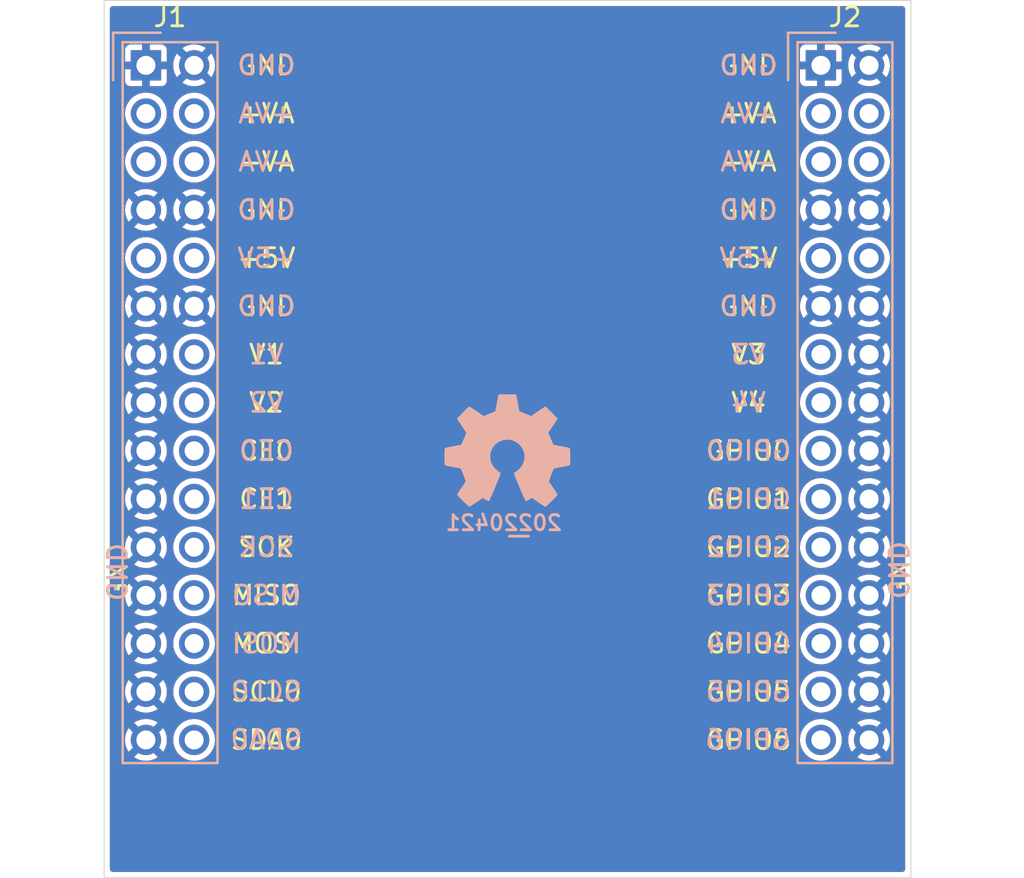
<source format=kicad_pcb>
(kicad_pcb (version 20240108) (generator "pcbnew") (generator_version "8.0")
  (layers (0 "F.Cu" signal) (31 "B.Cu" signal) (34 "B.Paste" user) (35 "F.Paste" user) (36 "B.SilkS" user "B.Silkscreen") (37 "F.SilkS" user "F.Silkscreen") (38 "B.Mask" user) (39 "F.Mask" user) (44 "Edge.Cuts" user))
  (net 0 "")
  (net 1 "GND")
  (footprint "SquantorConnectorsNamed:module_2x15_right" (layer "F.Cu") (at 181.61 90.17)
    (property "Reference" "J2" (at 0 -20.32 0) (layer "F.SilkS"))
    (property "Value" "module_2x15_right_input")
    (fp_line (start -3 -19.5) (end -3 -17) (stroke (width 0.12)) (layer "B.SilkS"))
    (fp_line (start -0.5 -19.5) (end -3 -19.5) (stroke (width 0.12)) (layer "B.SilkS"))
    (fp_rect (start -2.5 -19) (end 2.5 19) (stroke (width 0.12)) (fill none) (layer "B.SilkS"))
    (fp_line (start -3 -19.5) (end -0.5 -19.5) (stroke (width 0.12)) (layer "F.SilkS"))
    (fp_line (start -3 -17) (end -3 -19.5) (stroke (width 0.12)) (layer "F.SilkS"))
    (fp_line (start -2.5 -19) (end 2.5 -19) (stroke (width 0.12)) (layer "F.SilkS"))
    (fp_line (start -2.5 19) (end -2.5 -19) (stroke (width 0.12)) (layer "F.SilkS"))
    (fp_line (start 2.5 -19) (end 2.5 19) (stroke (width 0.12)) (layer "F.SilkS"))
    (fp_line (start 2.5 19) (end -2.5 19) (stroke (width 0.12)) (layer "F.SilkS"))
    (fp_text user "GND" (at -5.08 -10.16 0) (layer "B.SilkS") (effects (justify mirror)))
    (fp_text user "GND" (at 2.79 8.83 -90) (layer "B.SilkS") (effects (justify mirror)))
    (fp_text user "+VA" (at -5.08 -15.24 0) (layer "B.SilkS") (effects (justify mirror)))
    (fp_text user "V4" (at -5.08 0 0) (layer "B.SilkS") (effects (justify mirror)))
    (fp_text user "GND" (at -5.08 -5.08 0) (layer "B.SilkS") (effects (justify mirror)))
    (fp_text user "V3" (at -5.08 -2.54 0) (layer "B.SilkS") (effects (justify mirror)))
    (fp_text user "GPIO3" (at -5.08 10.16 0) (layer "B.SilkS") (effects (justify mirror)))
    (fp_text user "GPIO2" (at -5.08 7.62 0) (layer "B.SilkS") (effects (justify mirror)))
    (fp_text user "GPIO0" (at -5.08 2.54 0) (layer "B.SilkS") (effects (justify mirror)))
    (fp_text user "GPIO4" (at -5.08 12.7 0) (layer "B.SilkS") (effects (justify mirror)))
    (fp_text user "-VA" (at -5.08 -12.7 0) (layer "B.SilkS") (effects (justify mirror)))
    (fp_text user "GPIO5" (at -5.08 15.24 0) (layer "B.SilkS") (effects (justify mirror)))
    (fp_text user "GPIO1" (at -5.08 5.08 0) (layer "B.SilkS") (effects (justify mirror)))
    (fp_text user "GND" (at -5.08 -17.78 0) (layer "B.SilkS") (effects (justify mirror)))
    (fp_text user "GPIO6" (at -5.112672 17.756379 0) (layer "B.SilkS") (effects (justify mirror)))
    (fp_text user "+5V" (at -5.08 -7.62 0) (layer "B.SilkS") (effects (justify mirror)))
    (fp_text user "V4" (at -5.08 0 0) (layer "F.SilkS"))
    (fp_text user "GPIO6" (at -5.08 17.78 0) (layer "F.SilkS"))
    (fp_text user "V3" (at -5.08 -2.54 0) (layer "F.SilkS"))
    (fp_text user "GPIO0" (at -5.08 2.54 0) (layer "F.SilkS"))
    (fp_text user "GPIO2" (at -5.08 7.62 0) (layer "F.SilkS"))
    (fp_text user "GND" (at -5.08 -17.78 0) (layer "F.SilkS"))
    (fp_text user "GND" (at -5.08 -5.08 0) (layer "F.SilkS"))
    (fp_text user "+VA" (at -5.08 -15.24 0) (layer "F.SilkS"))
    (fp_text user "GPIO1" (at -5.08 5.08 0) (layer "F.SilkS"))
    (fp_text user "GND" (at -5.08 -10.16 0) (layer "F.SilkS"))
    (fp_text user "GPIO4" (at -5.08 12.7 0) (layer "F.SilkS"))
    (fp_text user "+5V" (at -5.08 -7.62 0) (layer "F.SilkS"))
    (fp_text user "GND" (at 2.89 8.83 90) (layer "F.SilkS"))
    (fp_text user "GPIO5" (at -5.08 15.24 0) (layer "F.SilkS"))
    (fp_text user "-VA" (at -5.08 -12.7 0) (layer "F.SilkS"))
    (fp_text user "GPIO3" (at -5.08 10.16 0) (layer "F.SilkS"))
    (pad "1" thru_hole rect (at -1.27 -17.78) (size 1.6 1.6) (drill 1) (layers "*.Cu" "*.Mask") (net 1 "GND"))
    (pad "2" thru_hole circle (at 1.27 -17.78) (size 1.6 1.6) (drill 1) (layers "*.Cu" "*.Mask") (net 1 "GND"))
    (pad "3" thru_hole circle (at -1.27 -15.24) (size 1.6 1.6) (drill 1) (layers "*.Cu" "*.Mask"))
    (pad "4" thru_hole circle (at 1.27 -15.24) (size 1.6 1.6) (drill 1) (layers "*.Cu" "*.Mask"))
    (pad "5" thru_hole circle (at -1.27 -12.7) (size 1.6 1.6) (drill 1) (layers "*.Cu" "*.Mask"))
    (pad "6" thru_hole circle (at 1.27 -12.7) (size 1.6 1.6) (drill 1) (layers "*.Cu" "*.Mask"))
    (pad "7" thru_hole circle (at -1.27 -10.16) (size 1.6 1.6) (drill 1) (layers "*.Cu" "*.Mask") (net 1 "GND"))
    (pad "8" thru_hole circle (at 1.27 -10.16) (size 1.6 1.6) (drill 1) (layers "*.Cu" "*.Mask") (net 1 "GND"))
    (pad "9" thru_hole circle (at -1.27 -7.62) (size 1.6 1.6) (drill 1) (layers "*.Cu" "*.Mask"))
    (pad "10" thru_hole circle (at 1.27 -7.62) (size 1.6 1.6) (drill 1) (layers "*.Cu" "*.Mask"))
    (pad "11" thru_hole circle (at -1.27 -5.08) (size 1.6 1.6) (drill 1) (layers "*.Cu" "*.Mask") (net 1 "GND"))
    (pad "12" thru_hole circle (at 1.27 -5.08) (size 1.6 1.6) (drill 1) (layers "*.Cu" "*.Mask") (net 1 "GND"))
    (pad "13" thru_hole circle (at -1.27 -2.54) (size 1.6 1.6) (drill 1) (layers "*.Cu" "*.Mask"))
    (pad "14" thru_hole circle (at 1.27 -2.54) (size 1.6 1.6) (drill 1) (layers "*.Cu" "*.Mask") (net 1 "GND"))
    (pad "15" thru_hole circle (at -1.27 0) (size 1.6 1.6) (drill 1) (layers "*.Cu" "*.Mask"))
    (pad "16" thru_hole circle (at 1.27 0) (size 1.6 1.6) (drill 1) (layers "*.Cu" "*.Mask") (net 1 "GND"))
    (pad "17" thru_hole circle (at -1.27 2.54) (size 1.6 1.6) (drill 1) (layers "*.Cu" "*.Mask"))
    (pad "18" thru_hole circle (at 1.27 2.54) (size 1.6 1.6) (drill 1) (layers "*.Cu" "*.Mask") (net 1 "GND"))
    (pad "19" thru_hole circle (at -1.27 5.08) (size 1.6 1.6) (drill 1) (layers "*.Cu" "*.Mask"))
    (pad "20" thru_hole circle (at 1.27 5.08) (size 1.6 1.6) (drill 1) (layers "*.Cu" "*.Mask") (net 1 "GND"))
    (pad "21" thru_hole circle (at -1.27 7.62) (size 1.6 1.6) (drill 1) (layers "*.Cu" "*.Mask"))
    (pad "22" thru_hole circle (at 1.27 7.62) (size 1.6 1.6) (drill 1) (layers "*.Cu" "*.Mask") (net 1 "GND"))
    (pad "23" thru_hole circle (at -1.27 10.16) (size 1.6 1.6) (drill 1) (layers "*.Cu" "*.Mask"))
    (pad "24" thru_hole circle (at 1.27 10.16) (size 1.6 1.6) (drill 1) (layers "*.Cu" "*.Mask") (net 1 "GND"))
    (pad "25" thru_hole circle (at -1.27 12.7) (size 1.6 1.6) (drill 1) (layers "*.Cu" "*.Mask"))
    (pad "26" thru_hole circle (at 1.27 12.7) (size 1.6 1.6) (drill 1) (layers "*.Cu" "*.Mask") (net 1 "GND"))
    (pad "27" thru_hole circle (at -1.27 15.24) (size 1.6 1.6) (drill 1) (layers "*.Cu" "*.Mask"))
    (pad "28" thru_hole circle (at 1.27 15.24) (size 1.6 1.6) (drill 1) (layers "*.Cu" "*.Mask") (net 1 "GND"))
    (pad "29" thru_hole circle (at -1.27 17.78) (size 1.6 1.6) (drill 1) (layers "*.Cu" "*.Mask"))
    (pad "30" thru_hole circle (at 1.27 17.78) (size 1.6 1.6) (drill 1) (layers "*.Cu" "*.Mask") (net 1 "GND"))
  )
  (footprint "SquantorConnectorsNamed:module_2x15_left" (layer "F.Cu") (at 146.05 90.17)
    (property "Reference" "J1" (at 0 -20.32 0) (layer "F.SilkS"))
    (property "Value" "module_2x15_left_input")
    (fp_line (start -3 -19.5) (end -0.5 -19.5) (stroke (width 0.12)) (layer "B.SilkS"))
    (fp_line (start -3 -17) (end -3 -19.5) (stroke (width 0.12)) (layer "B.SilkS"))
    (fp_rect (start -2.5 -19) (end 2.5 19) (stroke (width 0.12)) (fill none) (layer "B.SilkS"))
    (fp_line (start -3 -19.5) (end -0.5 -19.5) (stroke (width 0.12)) (layer "F.SilkS"))
    (fp_line (start -3 -17) (end -3 -19.5) (stroke (width 0.12)) (layer "F.SilkS"))
    (fp_line (start -2.5 -19) (end 2.5 -19) (stroke (width 0.12)) (layer "F.SilkS"))
    (fp_line (start -2.5 19) (end -2.5 -19) (stroke (width 0.12)) (layer "F.SilkS"))
    (fp_line (start 2.5 -19) (end 2.5 19) (stroke (width 0.12)) (layer "F.SilkS"))
    (fp_line (start 2.5 19) (end -2.5 19) (stroke (width 0.12)) (layer "F.SilkS"))
    (fp_text user "GND" (at 5.08 -17.78 0) (layer "B.SilkS") (effects (justify mirror)))
    (fp_text user "MISO" (at 5.08 10.16 0) (layer "B.SilkS") (effects (justify mirror)))
    (fp_text user "+5V" (at 5.08 -7.62 0) (layer "B.SilkS") (effects (justify mirror)))
    (fp_text user "SCK" (at 5.08 7.62 0) (layer "B.SilkS") (effects (justify mirror)))
    (fp_text user "-VA" (at 5.08 -12.7 0) (layer "B.SilkS") (effects (justify mirror)))
    (fp_text user "CE1" (at 5.08 5.08 0) (layer "B.SilkS") (effects (justify mirror)))
    (fp_text user "+VA" (at 5.08 -15.24 0) (layer "B.SilkS") (effects (justify mirror)))
    (fp_text user "V1" (at 5.08 -2.54 0) (layer "B.SilkS") (effects (justify mirror)))
    (fp_text user "GND" (at -2.85 8.93 -90) (layer "B.SilkS") (effects (justify mirror)))
    (fp_text user "GND" (at 5.08 -5.08 0) (layer "B.SilkS") (effects (justify mirror)))
    (fp_text user "CE0" (at 5.08 2.54 0) (layer "B.SilkS") (effects (justify mirror)))
    (fp_text user "GND" (at 5.08 -10.16 0) (layer "B.SilkS") (effects (justify mirror)))
    (fp_text user "MOSI" (at 5.08 12.7 0) (layer "B.SilkS") (effects (justify mirror)))
    (fp_text user "V2" (at 5.08 0 0) (layer "B.SilkS") (effects (justify mirror)))
    (fp_text user "SDA0" (at 5.079999 17.758937 0) (layer "B.SilkS") (effects (justify mirror)))
    (fp_text user "SCL0" (at 5.079999 15.21948 0) (layer "B.SilkS") (effects (justify mirror)))
    (fp_text user "GND" (at 5.08 -10.16 0) (layer "F.SilkS"))
    (fp_text user "MOSI" (at 5.08 12.7 0) (layer "F.SilkS"))
    (fp_text user "+5V" (at 5.08 -7.62 0) (layer "F.SilkS"))
    (fp_text user "GND" (at 5.08 -5.08 0) (layer "F.SilkS"))
    (fp_text user "SCL0" (at 5.08 15.24 0) (layer "F.SilkS"))
    (fp_text user "CE1" (at 5.08 5.08 0) (layer "F.SilkS"))
    (fp_text user "GND" (at 5.08 -17.78 0) (layer "F.SilkS"))
    (fp_text user "-VA" (at 5.08 -12.7 0) (layer "F.SilkS"))
    (fp_text user "SDA0" (at 5.08 17.78 0) (layer "F.SilkS"))
    (fp_text user "MISO" (at 5.08 10.16 0) (layer "F.SilkS"))
    (fp_text user "GND" (at -2.75 8.93 90) (layer "F.SilkS"))
    (fp_text user "CE0" (at 5.08 2.54 0) (layer "F.SilkS"))
    (fp_text user "SCK" (at 5.08 7.62 0) (layer "F.SilkS"))
    (fp_text user "V1" (at 5.08 -2.54 0) (layer "F.SilkS"))
    (fp_text user "V2" (at 5.08 0 0) (layer "F.SilkS"))
    (fp_text user "+VA" (at 5.08 -15.24 0) (layer "F.SilkS"))
    (pad "1" thru_hole rect (at -1.27 -17.78) (size 1.6 1.6) (drill 1) (layers "*.Cu" "*.Mask") (net 1 "GND"))
    (pad "2" thru_hole circle (at 1.27 -17.78) (size 1.6 1.6) (drill 1) (layers "*.Cu" "*.Mask") (net 1 "GND"))
    (pad "3" thru_hole circle (at -1.27 -15.24) (size 1.6 1.6) (drill 1) (layers "*.Cu" "*.Mask"))
    (pad "4" thru_hole circle (at 1.27 -15.24) (size 1.6 1.6) (drill 1) (layers "*.Cu" "*.Mask"))
    (pad "5" thru_hole circle (at -1.27 -12.7) (size 1.6 1.6) (drill 1) (layers "*.Cu" "*.Mask"))
    (pad "6" thru_hole circle (at 1.27 -12.7) (size 1.6 1.6) (drill 1) (layers "*.Cu" "*.Mask"))
    (pad "7" thru_hole circle (at -1.27 -10.16) (size 1.6 1.6) (drill 1) (layers "*.Cu" "*.Mask") (net 1 "GND"))
    (pad "8" thru_hole circle (at 1.27 -10.16) (size 1.6 1.6) (drill 1) (layers "*.Cu" "*.Mask") (net 1 "GND"))
    (pad "9" thru_hole circle (at -1.27 -7.62) (size 1.6 1.6) (drill 1) (layers "*.Cu" "*.Mask"))
    (pad "10" thru_hole circle (at 1.27 -7.62) (size 1.6 1.6) (drill 1) (layers "*.Cu" "*.Mask"))
    (pad "11" thru_hole circle (at -1.27 -5.08) (size 1.6 1.6) (drill 1) (layers "*.Cu" "*.Mask") (net 1 "GND"))
    (pad "12" thru_hole circle (at 1.27 -5.08) (size 1.6 1.6) (drill 1) (layers "*.Cu" "*.Mask") (net 1 "GND"))
    (pad "13" thru_hole circle (at -1.27 -2.54) (size 1.6 1.6) (drill 1) (layers "*.Cu" "*.Mask") (net 1 "GND"))
    (pad "14" thru_hole circle (at 1.27 -2.54) (size 1.6 1.6) (drill 1) (layers "*.Cu" "*.Mask"))
    (pad "15" thru_hole circle (at -1.27 0) (size 1.6 1.6) (drill 1) (layers "*.Cu" "*.Mask") (net 1 "GND"))
    (pad "16" thru_hole circle (at 1.27 0) (size 1.6 1.6) (drill 1) (layers "*.Cu" "*.Mask"))
    (pad "17" thru_hole circle (at -1.27 2.54) (size 1.6 1.6) (drill 1) (layers "*.Cu" "*.Mask") (net 1 "GND"))
    (pad "18" thru_hole circle (at 1.27 2.54) (size 1.6 1.6) (drill 1) (layers "*.Cu" "*.Mask"))
    (pad "19" thru_hole circle (at -1.27 5.08) (size 1.6 1.6) (drill 1) (layers "*.Cu" "*.Mask") (net 1 "GND"))
    (pad "20" thru_hole circle (at 1.27 5.08) (size 1.6 1.6) (drill 1) (layers "*.Cu" "*.Mask"))
    (pad "21" thru_hole circle (at -1.27 7.62) (size 1.6 1.6) (drill 1) (layers "*.Cu" "*.Mask") (net 1 "GND"))
    (pad "22" thru_hole circle (at 1.27 7.62) (size 1.6 1.6) (drill 1) (layers "*.Cu" "*.Mask"))
    (pad "23" thru_hole circle (at -1.27 10.16) (size 1.6 1.6) (drill 1) (layers "*.Cu" "*.Mask") (net 1 "GND"))
    (pad "24" thru_hole circle (at 1.27 10.16) (size 1.6 1.6) (drill 1) (layers "*.Cu" "*.Mask"))
    (pad "25" thru_hole circle (at -1.27 12.7) (size 1.6 1.6) (drill 1) (layers "*.Cu" "*.Mask") (net 1 "GND"))
    (pad "26" thru_hole circle (at 1.27 12.7) (size 1.6 1.6) (drill 1) (layers "*.Cu" "*.Mask"))
    (pad "27" thru_hole circle (at -1.27 15.24) (size 1.6 1.6) (drill 1) (layers "*.Cu" "*.Mask") (net 1 "GND"))
    (pad "28" thru_hole circle (at 1.27 15.24) (size 1.6 1.6) (drill 1) (layers "*.Cu" "*.Mask"))
    (pad "29" thru_hole circle (at -1.27 17.78) (size 1.6 1.6) (drill 1) (layers "*.Cu" "*.Mask") (net 1 "GND"))
    (pad "30" thru_hole circle (at 1.27 17.78) (size 1.6 1.6) (drill 1) (layers "*.Cu" "*.Mask"))
  )
  (footprint "SquantorLabels:Label_Generic" (layer "B.Cu") (at 164.43 96.61 180)
    (property "Reference" "N1" (hide yes))
    (property "Value" "20220421" (at 0.8 0.1 0) (layer "B.SilkS") (effects (font (size 0.8 0.8)) (justify mirror)))
    (fp_line (start -0.5 -0.6) (end 0.5 -0.6) (stroke (width 0.15)) (layer "B.SilkS"))
  )
  (footprint "Symbol:OSHW-Symbol_6.7x6mm_SilkScreen" (layer "B.Cu") (at 163.83 92.71 180)
    (property "Reference" "N2" (hide yes))
    (property "Value" "OHWLOGO" (hide yes))
    (fp_poly (pts (xy 0.555814 2.531069) (xy 0.639635 2.086445) (xy 0.94892 1.958947) (xy 1.258206 1.831449) (xy 1.629246 2.083754) (xy 1.733157 2.154004) (xy 1.827087 2.216728) (xy 1.906652 2.269062) (xy 1.96747 2.308143) (xy 2.005157 2.331107) (xy 2.015421 2.336058) (xy 2.03391 2.323324) (xy 2.07342 2.288118) (xy 2.129522 2.234938) (xy 2.197787 2.168282) (xy 2.273786 2.092646) (xy 2.353092 2.012528) (xy 2.431275 1.932426) (xy 2.503907 1.856836) (xy 2.566559 1.790255) (xy 2.614803 1.737182) (xy 2.64421 1.702113) (xy 2.651241 1.690377) (xy 2.641123 1.66874) (xy 2.612759 1.621338) (xy 2.569129 1.552807) (xy 2.513218 1.467785) (xy 2.448006 1.370907) (xy 2.410219 1.31565) (xy 2.341343 1.214752) (xy 2.28014 1.123701) (xy 2.229578 1.04703) (xy 2.192628 0.989272) (xy 2.172258 0.954957) (xy 2.169197 0.947746) (xy 2.176136 0.927252) (xy 2.195051 0.879487) (xy 2.223087 0.811168) (xy 2.257391 0.729011) (xy 2.295109 0.63973) (xy 2.333387 0.550042) (xy 2.36937 0.466662) (xy 2.400206 0.396306) (xy 2.423039 0.34569) (xy 2.435017 0.321529) (xy 2.435724 0.320578) (xy 2.454531 0.315964) (xy 2.504618 0.305672) (xy 2.580793 0.290713) (xy 2.677865 0.272099) (xy 2.790643 0.250841) (xy 2.856442 0.238582) (xy 2.97695 0.215638) (xy 3.085797 0.193805) (xy 3.177476 0.174278) (xy 3.246481 0.158252) (xy 3.287304 0.146921) (xy 3.295511 0.143326) (xy 3.303548 0.118994) (xy 3.310033 0.064041) (xy 3.31497 -0.015108) (xy 3.318364 -0.112026) (xy 3.320218 -0.220287) (xy 3.320538 -0.333465) (xy 3.319327 -0.445135) (xy 3.31659 -0.548868) (xy 3.312331 -0.638241) (xy 3.306555 -0.706826) (xy 3.299267 -0.748197) (xy 3.294895 -0.75681) (xy 3.268764 -0.767133) (xy 3.213393 -0.781892) (xy 3.136107 -0.799352) (xy 3.04423 -0.81778) (xy 3.012158 -0.823741) (xy 2.857524 -0.852066) (xy 2.735375 -0.874876) (xy 2.641673 -0.89308) (xy 2.572384 -0.907583) (xy 2.523471 -0.919292) (xy 2.490897 -0.929115) (xy 2.470628 -0.937956) (xy 2.458626 -0.946724) (xy 2.456947 -0.948457) (xy 2.440184 -0.976371) (xy 2.414614 -1.030695) (xy 2.382788 -1.104777) (xy 2.34726 -1.191965) (xy 2.310583 -1.285608) (xy 2.275311 -1.379052) (xy 2.243996 -1.465647) (xy 2.219193 -1.53874) (xy 2.203454 -1.591678) (xy 2.199332 -1.617811) (xy 2.199676 -1.618726) (xy 2.213641 -1.640086) (xy 2.245322 -1.687084) (xy 2.291391 -1.754827) (xy 2.348518 -1.838423) (xy 2.413373 -1.932982) (xy 2.431843 -1.959854) (xy 2.497699 -2.057275) (xy 2.55565 -2.146163) (xy 2.602538 -2.221412) (xy 2.635207 -2.27792) (xy 2.6505 -2.310581) (xy 2.651241 -2.314593) (xy 2.638392 -2.335684) (xy 2.602888 -2.377464) (xy 2.549293 -2.435445) (xy 2.482171 -2.505135) (xy 2.406087 -2.582045) (xy 2.325604 -2.661683) (xy 2.245287 -2.739561) (xy 2.169699 -2.811186) (xy 2.103405 -2.87207) (xy 2.050969 -2.917721) (xy 2.016955 -2.94365) (xy 2.007545 -2.947883) (xy 1.985643 -2.937912) (xy 1.9408 -2.91102) (xy 1.880321 -2.871736) (xy 1.833789 -2.840117) (xy 1.749475 -2.782098) (xy 1.649626 -2.713784) (xy 1.549473 -2.645579) (xy 1.495627 -2.609075) (xy 1.313371 -2.4858) (xy 1.160381 -2.56852) (xy 1.090682 -2.604759) (xy 1.031414 -2.632926) (xy 0.991311 -2.648991) (xy 0.981103 -2.651226) (xy 0.968829 -2.634722) (xy 0.944613 -2.588082) (xy 0.910263 -2.515609) (xy 0.867588 -2.421606) (xy 0.818394 -2.310374) (xy 0.76449 -2.186215) (xy 0.707684 -2.053432) (xy 0.649782 -1.916327) (xy 0.592593 -1.779202) (xy 0.537924 -1.646358) (xy 0.487584 -1.522098) (xy 0.44338 -1.410725) (xy 0.407119 -1.316539) (xy 0.380609 -1.243844) (xy 0.365658 -1.196941) (xy 0.363254 -1.180833) (xy 0.382311 -1.160286) (xy 0.424036 -1.126933) (xy 0.479706 -1.087702) (xy 0.484378 -1.084599) (xy 0.628264 -0.969423) (xy 0.744283 -0.835053) (xy 0.83143 -0.685784) (xy 0.888699 -0.525913) (xy 0.915086 -0.359737) (xy 0.909585 -0.191552) (xy 0.87119 -0.025655) (xy 0.798895 0.133658) (xy 0.777626 0.168513) (xy 0.666996 0.309263) (xy 0.536302 0.422286) (xy 0.390064 0.506997) (xy 0.232808 0.562806) (xy 0.069057 0.589126) (xy -0.096667 0.58537) (xy -0.259838 0.55095) (xy -0.415935 0.485277) (xy -0.560433 0.387765) (xy -0.605131 0.348187) (xy -0.718888 0.224297) (xy -0.801782 0.093876) (xy -0.858644 -0.052315) (xy -0.890313 -0.197088) (xy -0.898131 -0.35986) (xy -0.872062 -0.52344) (xy -0.814755 -0.682298) (xy -0.728856 -0.830906) (xy -0.617014 -0.963735) (xy -0.481877 -1.075256) (xy -0.464117 -1.087011) (xy -0.40785 -1.125508) (xy -0.365077 -1.158863) (xy -0.344628 -1.18016) (xy -0.344331 -1.180833) (xy -0.348721 -1.203871) (xy -0.366124 -1.256157) (xy -0.394732 -1.33339) (xy -0.432735 -1.431268) (xy -0.478326 -1.545491) (xy -0.529697 -1.671758) (xy -0.585038 -1.805767) (xy -0.642542 -1.943218) (xy -0.700399 -2.079808) (xy -0.756802 -2.211237) (xy -0.809942 -2.333205) (xy -0.85801 -2.441409) (xy -0.899199 -2.531549) (xy -0.931699 -2.599323) (xy -0.953703 -2.64043) (xy -0.962564 -2.651226) (xy -0.98964 -2.642819) (xy -1.040303 -2.620272) (xy -1.105817 -2.587613) (xy -1.141841 -2.56852) (xy -1.294832 -2.4858) (xy -1.477088 -2.609075) (xy -1.570125 -2.672228) (xy -1.671985 -2.741727) (xy -1.767438 -2.807165) (xy -1.81525 -2.840117) (xy -1.882495 -2.885273) (xy -1.939436 -2.921057) (xy -1.978646 -2.942938) (xy -1.991381 -2.947563) (xy -2.009917 -2.935085) (xy -2.050941 -2.900252) (xy -2.110475 -2.846678) (xy -2.184542 -2.777983) (xy -2.269165 -2.697781) (xy -2.322685 -2.646286) (xy -2.416319 -2.554286) (xy -2.497241 -2.471999) (xy -2.562177 -2.402945) (xy -2.607858 -2.350644) (xy -2.631011 -2.318616) (xy -2.633232 -2.312116) (xy -2.622924 -2.287394) (xy -2.594439 -2.237405) (xy -2.550937 -2.167212) (xy -2.495577 -2.081875) (xy -2.43152 -1.986456) (xy -2.413303 -1.959854) (xy -2.346927 -1.863167) (xy -2.287378 -1.776117) (xy -2.237984 -1.703595) (xy -2.202075 -1.650493) (xy -2.182981 -1.621703) (xy -2.181136 -1.618726) (xy -2.183895 -1.595782) (xy -2.198538 -1.545336) (xy -2.222513 -1.474041) (xy -2.253266 -1.388547) (xy -2.288244 -1.295507) (xy -2.324893 -1.201574) (xy -2.360661 -1.113399) (xy -2.392994 -1.037634) (xy -2.419338 -0.980931) (xy -2.437142 -0.949943) (xy -2.438407 -0.948457) (xy -2.449294 -0.939601) (xy -2.467682 -0.930843) (xy -2.497606 -0.921277) (xy -2.543103 -0.909996) (xy -2.608209 -0.896093) (xy -2.696961 -0.878663) (xy -2.813393 -0.856798) (xy -2.961542 -0.829591) (xy -2.993618 -0.823741) (xy -3.088686 -0.805374) (xy -3.171565 -0.787405) (xy -3.23493 -0.771569) (xy -3.271458 -0.7596) (xy -3.276356 -0.75681) (xy -3.284427 -0.732072) (xy -3.290987 -0.67679) (xy -3.296033 -0.597389) (xy -3.299559 -0.500296) (xy -3.301561 -0.391938) (xy -3.302036 -0.27874) (xy -3.300977 -0.167128) (xy -3.298382 -0.063529) (xy -3.294246 0.025632) (xy -3.288563 0.093928) (xy -3.281331 0.134934) (xy -3.276971 0.143326) (xy -3.252698 0.151792) (xy -3.197426 0.165565) (xy -3.116662 0.18345) (xy -3.015912 0.204252) (xy -2.900683 0.226777) (xy -2.837902 0.238582) (xy -2.718787 0.260849) (xy -2.612565 0.281021) (xy -2.524427 0.298085) (xy -2.459566 0.311031) (xy -2.423174 0.318845) (xy -2.417184 0.320578) (xy -2.407061 0.34011) (xy -2.385662 0.387157) (xy -2.355839 0.454997) (xy -2.320445 0.536909) (xy -2.282332 0.626172) (xy -2.244353 0.716065) (xy -2.20936 0.799865) (xy -2.180206 0.870853) (xy -2.159743 0.922306) (xy -2.150823 0.947503) (xy -2.150657 0.948604) (xy -2.160769 0.968481) (xy -2.189117 1.014223) (xy -2.232723 1.081283) (xy -2.288606 1.165116) (xy -2.353787 1.261174) (xy -2.391679 1.31635) (xy -2.460725 1.417519) (xy -2.52205 1.50937) (xy -2.572663 1.587256) (xy -2.609571 1.646531) (xy -2.629782 1.682549) (xy -2.632701 1.690623) (xy -2.620153 1.709416) (xy -2.585463 1.749543) (xy -2.533063 1.806507) (xy -2.467384 1.875815) (xy -2.392856 1.952969) (xy -2.313913 2.033475) (xy -2.234983 2.112837) (xy -2.1605 2.18656) (xy -2.094894 2.250148) (xy -2.042596 2.299106) (xy -2.008039 2.328939) (xy -1.996478 2.336058) (xy -1.977654 2.326047) (xy -1.932631 2.297922) (xy -1.865787 2.254546) (xy -1.781499 2.198782) (xy -1.684144 2.133494) (xy -1.610707 2.083754) (xy -1.239667 1.831449) (xy -0.621095 2.086445) (xy -0.537275 2.531069) (xy -0.453454 2.975693) (xy 0.471994 2.975693) (xy 0.555814 2.531069)) (stroke (width 0.01)) (fill solid) (layer "B.SilkS"))
  )
  (gr_rect (start 142.58 68.97) (end 185.08 115.21) (stroke (width 0.05)) (fill none) (layer "Edge.Cuts"))
  (zone (net 1) (net_name "GND") (layers "F&B.Cu") (connect_pads (clearance 0.3)) (min_thickness 0.3) (fill yes (thermal_gap 0.3) (thermal_bridge_width 0.4))
    (polygon (pts (xy 185.08 115.21) (xy 142.58 115.21) (xy 142.58 68.97) (xy 185.1 68.97)))
  )
)
</source>
